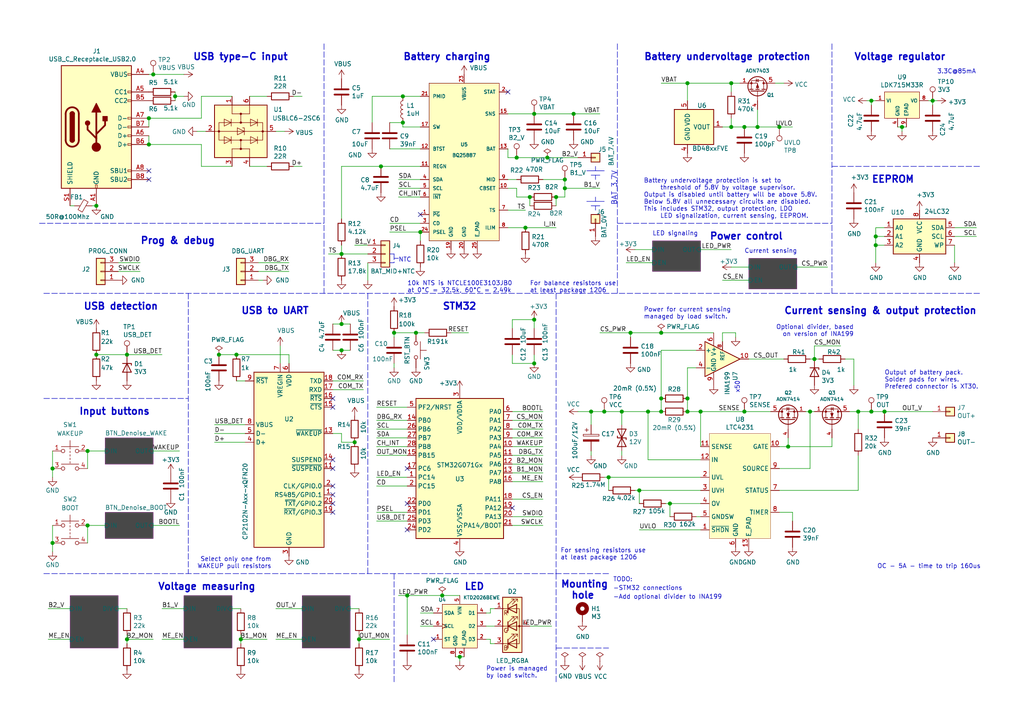
<source format=kicad_sch>
(kicad_sch (version 20201015) (generator eeschema)
  (paper "A4")
  (title_block (title "Kratos pack") (date "2020-12-18") (rev "v0.1") (company "Author: Petr Malaník"))
  (junction (at 15.24 135.89) (diameter 1.016))
  (junction (at 15.24 157.48) (diameter 1.016))
  (junction (at 25.4 130.81) (diameter 1.016))
  (junction (at 25.4 152.4) (diameter 1.016))
  (junction (at 27.94 59.69) (diameter 1.016))
  (junction (at 27.94 102.87) (diameter 1.016))
  (junction (at 36.83 102.87) (diameter 1.016))
  (junction (at 36.83 185.42) (diameter 1.016))
  (junction (at 43.18 34.29) (diameter 1.016))
  (junction (at 43.18 41.91) (diameter 1.016))
  (junction (at 44.45 21.59) (diameter 1.016))
  (junction (at 50.8 27.94) (diameter 1.016))
  (junction (at 63.5 102.87) (diameter 1.016))
  (junction (at 68.58 102.87) (diameter 1.016))
  (junction (at 69.85 185.42) (diameter 1.016))
  (junction (at 99.06 73.66) (diameter 1.016))
  (junction (at 99.06 93.98) (diameter 1.016))
  (junction (at 99.06 101.6) (diameter 1.016))
  (junction (at 102.87 128.27) (diameter 1.016))
  (junction (at 104.14 185.42) (diameter 1.016))
  (junction (at 110.49 48.26) (diameter 1.016))
  (junction (at 114.3 96.52) (diameter 1.016))
  (junction (at 116.84 27.94) (diameter 1.016))
  (junction (at 116.84 35.56) (diameter 1.016))
  (junction (at 118.11 172.72) (diameter 1.016))
  (junction (at 120.65 96.52) (diameter 1.016))
  (junction (at 121.92 67.31) (diameter 1.016))
  (junction (at 128.27 172.72) (diameter 1.016))
  (junction (at 133.35 190.5) (diameter 1.016))
  (junction (at 149.86 45.72) (diameter 1.016))
  (junction (at 152.4 66.04) (diameter 1.016))
  (junction (at 153.67 57.15) (diameter 1.016))
  (junction (at 154.94 33.02) (diameter 1.016))
  (junction (at 154.94 92.71) (diameter 1.016))
  (junction (at 154.94 105.41) (diameter 1.016))
  (junction (at 158.75 45.72) (diameter 1.016))
  (junction (at 161.29 57.15) (diameter 1.016))
  (junction (at 163.83 52.07) (diameter 1.016))
  (junction (at 163.83 54.61) (diameter 1.016))
  (junction (at 166.37 33.02) (diameter 1.016))
  (junction (at 171.45 119.38) (diameter 1.016))
  (junction (at 175.26 119.38) (diameter 1.016))
  (junction (at 176.53 138.43) (diameter 1.016))
  (junction (at 180.34 119.38) (diameter 1.016))
  (junction (at 182.88 96.52) (diameter 1.016))
  (junction (at 185.42 142.24) (diameter 1.016))
  (junction (at 187.96 119.38) (diameter 1.016))
  (junction (at 191.77 96.52) (diameter 1.016))
  (junction (at 191.77 115.57) (diameter 1.016))
  (junction (at 191.77 119.38) (diameter 1.016))
  (junction (at 194.31 146.05) (diameter 1.016))
  (junction (at 199.39 24.13) (diameter 1.016))
  (junction (at 199.39 115.57) (diameter 1.016))
  (junction (at 199.39 119.38) (diameter 1.016))
  (junction (at 203.2 119.38) (diameter 1.016))
  (junction (at 212.09 24.13) (diameter 1.016))
  (junction (at 212.09 36.83) (diameter 1.016))
  (junction (at 215.9 36.83) (diameter 1.016))
  (junction (at 215.9 119.38) (diameter 1.016))
  (junction (at 219.71 36.83) (diameter 1.016))
  (junction (at 226.06 36.83) (diameter 1.016))
  (junction (at 228.6 129.54) (diameter 1.016))
  (junction (at 234.95 119.38) (diameter 1.016))
  (junction (at 236.22 104.14) (diameter 1.016))
  (junction (at 248.92 119.38) (diameter 1.016))
  (junction (at 252.73 29.21) (diameter 1.016))
  (junction (at 252.73 119.38) (diameter 1.016))
  (junction (at 254 68.58) (diameter 1.016))
  (junction (at 254 71.12) (diameter 1.016))
  (junction (at 256.54 119.38) (diameter 1.016))
  (junction (at 261.62 36.83) (diameter 1.016))
  (junction (at 270.51 29.21) (diameter 1.016))
  (no_connect (at 43.18 49.53))
  (no_connect (at 43.18 52.07))
  (no_connect (at 96.52 115.57))
  (no_connect (at 96.52 118.11))
  (no_connect (at 96.52 133.35))
  (no_connect (at 96.52 135.89))
  (no_connect (at 96.52 140.97))
  (no_connect (at 96.52 143.51))
  (no_connect (at 96.52 146.05))
  (no_connect (at 96.52 148.59))
  (no_connect (at 118.11 135.89))
  (no_connect (at 118.11 146.05))
  (no_connect (at 118.11 153.67))
  (no_connect (at 121.92 62.23))
  (no_connect (at 125.73 185.42))
  (no_connect (at 147.32 26.67))
  (no_connect (at 148.59 147.32))
  (wire (pts (xy 13.97 176.53) (xy 20.32 176.53)))
  (wire (pts (xy 13.97 185.42) (xy 20.32 185.42)))
  (wire (pts (xy 15.24 130.81) (xy 15.24 135.89)))
  (wire (pts (xy 15.24 135.89) (xy 15.24 138.43)))
  (wire (pts (xy 15.24 152.4) (xy 15.24 157.48)))
  (wire (pts (xy 15.24 157.48) (xy 15.24 160.02)))
  (wire (pts (xy 20.32 59.69) (xy 21.59 59.69)))
  (wire (pts (xy 25.4 130.81) (xy 25.4 135.89)))
  (wire (pts (xy 25.4 130.81) (xy 30.48 130.81)))
  (wire (pts (xy 25.4 152.4) (xy 25.4 157.48)))
  (wire (pts (xy 25.4 152.4) (xy 30.48 152.4)))
  (wire (pts (xy 26.67 59.69) (xy 27.94 59.69)))
  (wire (pts (xy 27.94 102.87) (xy 36.83 102.87)))
  (wire (pts (xy 34.29 76.2) (xy 40.64 76.2)))
  (wire (pts (xy 34.29 78.74) (xy 40.64 78.74)))
  (wire (pts (xy 34.29 176.53) (xy 36.83 176.53)))
  (wire (pts (xy 36.83 102.87) (xy 46.99 102.87)))
  (wire (pts (xy 36.83 184.15) (xy 36.83 185.42)))
  (wire (pts (xy 36.83 185.42) (xy 36.83 186.69)))
  (wire (pts (xy 36.83 185.42) (xy 44.45 185.42)))
  (wire (pts (xy 43.18 21.59) (xy 44.45 21.59)))
  (wire (pts (xy 43.18 34.29) (xy 43.18 36.83)))
  (wire (pts (xy 43.18 34.29) (xy 58.42 34.29)))
  (wire (pts (xy 43.18 39.37) (xy 43.18 41.91)))
  (wire (pts (xy 43.18 41.91) (xy 58.42 41.91)))
  (wire (pts (xy 44.45 21.59) (xy 53.34 21.59)))
  (wire (pts (xy 44.45 130.81) (xy 52.07 130.81)))
  (wire (pts (xy 44.45 152.4) (xy 52.07 152.4)))
  (wire (pts (xy 46.99 176.53) (xy 53.34 176.53)))
  (wire (pts (xy 46.99 185.42) (xy 53.34 185.42)))
  (wire (pts (xy 50.8 26.67) (xy 50.8 27.94)))
  (wire (pts (xy 50.8 27.94) (xy 50.8 29.21)))
  (wire (pts (xy 50.8 27.94) (xy 53.34 27.94)))
  (wire (pts (xy 57.15 38.1) (xy 59.69 38.1)))
  (wire (pts (xy 58.42 27.94) (xy 58.42 34.29)))
  (wire (pts (xy 58.42 41.91) (xy 58.42 48.26)))
  (wire (pts (xy 58.42 48.26) (xy 67.31 48.26)))
  (wire (pts (xy 62.23 123.19) (xy 71.12 123.19)))
  (wire (pts (xy 62.23 125.73) (xy 71.12 125.73)))
  (wire (pts (xy 62.23 128.27) (xy 71.12 128.27)))
  (wire (pts (xy 63.5 102.87) (xy 68.58 102.87)))
  (wire (pts (xy 67.31 27.94) (xy 58.42 27.94)))
  (wire (pts (xy 67.31 176.53) (xy 69.85 176.53)))
  (wire (pts (xy 68.58 102.87) (xy 83.82 102.87)))
  (wire (pts (xy 69.85 184.15) (xy 69.85 185.42)))
  (wire (pts (xy 69.85 185.42) (xy 69.85 186.69)))
  (wire (pts (xy 69.85 185.42) (xy 77.47 185.42)))
  (wire (pts (xy 71.12 110.49) (xy 68.58 110.49)))
  (wire (pts (xy 72.39 27.94) (xy 77.47 27.94)))
  (wire (pts (xy 72.39 48.26) (xy 77.47 48.26)))
  (wire (pts (xy 74.93 76.2) (xy 83.82 76.2)))
  (wire (pts (xy 74.93 78.74) (xy 83.82 78.74)))
  (wire (pts (xy 74.93 81.28) (xy 76.2 81.28)))
  (wire (pts (xy 80.01 38.1) (xy 82.55 38.1)))
  (wire (pts (xy 80.01 176.53) (xy 87.63 176.53)))
  (wire (pts (xy 80.01 185.42) (xy 87.63 185.42)))
  (wire (pts (xy 81.28 100.33) (xy 81.28 105.41)))
  (wire (pts (xy 83.82 102.87) (xy 83.82 105.41)))
  (wire (pts (xy 85.09 27.94) (xy 87.63 27.94)))
  (wire (pts (xy 85.09 48.26) (xy 87.63 48.26)))
  (wire (pts (xy 95.25 73.66) (xy 99.06 73.66)))
  (wire (pts (xy 96.52 93.98) (xy 99.06 93.98)))
  (wire (pts (xy 96.52 101.6) (xy 99.06 101.6)))
  (wire (pts (xy 96.52 110.49) (xy 105.41 110.49)))
  (wire (pts (xy 96.52 113.03) (xy 105.41 113.03)))
  (wire (pts (xy 99.06 48.26) (xy 99.06 63.5)))
  (wire (pts (xy 99.06 48.26) (xy 110.49 48.26)))
  (wire (pts (xy 99.06 71.12) (xy 99.06 73.66)))
  (wire (pts (xy 99.06 73.66) (xy 106.68 73.66)))
  (wire (pts (xy 99.06 93.98) (xy 101.6 93.98)))
  (wire (pts (xy 99.06 101.6) (xy 101.6 101.6)))
  (wire (pts (xy 99.06 125.73) (xy 96.52 125.73)))
  (wire (pts (xy 99.06 128.27) (xy 99.06 125.73)))
  (wire (pts (xy 101.6 176.53) (xy 104.14 176.53)))
  (wire (pts (xy 102.87 71.12) (xy 106.68 71.12)))
  (wire (pts (xy 102.87 128.27) (xy 99.06 128.27)))
  (wire (pts (xy 104.14 184.15) (xy 104.14 185.42)))
  (wire (pts (xy 104.14 185.42) (xy 104.14 186.69)))
  (wire (pts (xy 104.14 185.42) (xy 113.03 185.42)))
  (wire (pts (xy 106.68 76.2) (xy 106.68 81.28)))
  (wire (pts (xy 107.95 27.94) (xy 116.84 27.94)))
  (wire (pts (xy 107.95 35.56) (xy 107.95 27.94)))
  (wire (pts (xy 109.22 118.11) (xy 118.11 118.11)))
  (wire (pts (xy 109.22 121.92) (xy 118.11 121.92)))
  (wire (pts (xy 109.22 124.46) (xy 118.11 124.46)))
  (wire (pts (xy 109.22 127) (xy 118.11 127)))
  (wire (pts (xy 109.22 129.54) (xy 118.11 129.54)))
  (wire (pts (xy 109.22 132.08) (xy 118.11 132.08)))
  (wire (pts (xy 109.22 138.43) (xy 118.11 138.43)))
  (wire (pts (xy 109.22 140.97) (xy 118.11 140.97)))
  (wire (pts (xy 109.22 148.59) (xy 118.11 148.59)))
  (wire (pts (xy 109.22 151.13) (xy 118.11 151.13)))
  (wire (pts (xy 110.49 48.26) (xy 121.92 48.26)))
  (wire (pts (xy 113.03 35.56) (xy 116.84 35.56)))
  (wire (pts (xy 113.03 43.18) (xy 121.92 43.18)))
  (wire (pts (xy 113.03 64.77) (xy 121.92 64.77)))
  (wire (pts (xy 113.03 67.31) (xy 121.92 67.31)))
  (wire (pts (xy 114.3 96.52) (xy 114.3 97.79)))
  (wire (pts (xy 114.3 96.52) (xy 120.65 96.52)))
  (wire (pts (xy 114.3 105.41) (xy 114.3 106.68)))
  (wire (pts (xy 115.57 52.07) (xy 121.92 52.07)))
  (wire (pts (xy 115.57 54.61) (xy 121.92 54.61)))
  (wire (pts (xy 115.57 57.15) (xy 121.92 57.15)))
  (wire (pts (xy 115.57 172.72) (xy 118.11 172.72)))
  (wire (pts (xy 116.84 27.94) (xy 121.92 27.94)))
  (wire (pts (xy 116.84 35.56) (xy 116.84 36.83)))
  (wire (pts (xy 116.84 36.83) (xy 121.92 36.83)))
  (wire (pts (xy 118.11 172.72) (xy 118.11 184.15)))
  (wire (pts (xy 118.11 172.72) (xy 128.27 172.72)))
  (wire (pts (xy 120.65 96.52) (xy 123.19 96.52)))
  (wire (pts (xy 121.92 67.31) (xy 121.92 69.85)))
  (wire (pts (xy 121.92 177.8) (xy 125.73 177.8)))
  (wire (pts (xy 121.92 181.61) (xy 125.73 181.61)))
  (wire (pts (xy 128.27 172.72) (xy 133.35 172.72)))
  (wire (pts (xy 130.81 96.52) (xy 135.89 96.52)))
  (wire (pts (xy 132.08 190.5) (xy 133.35 190.5)))
  (wire (pts (xy 133.35 190.5) (xy 133.35 191.77)))
  (wire (pts (xy 133.35 190.5) (xy 134.62 190.5)))
  (wire (pts (xy 140.97 177.8) (xy 142.24 177.8)))
  (wire (pts (xy 140.97 181.61) (xy 143.51 181.61)))
  (wire (pts (xy 140.97 185.42) (xy 142.24 185.42)))
  (wire (pts (xy 142.24 176.53) (xy 142.24 177.8)))
  (wire (pts (xy 142.24 185.42) (xy 142.24 186.69)))
  (wire (pts (xy 142.24 186.69) (xy 143.51 186.69)))
  (wire (pts (xy 143.51 176.53) (xy 142.24 176.53)))
  (wire (pts (xy 147.32 33.02) (xy 154.94 33.02)))
  (wire (pts (xy 147.32 43.18) (xy 147.32 45.72)))
  (wire (pts (xy 147.32 45.72) (xy 149.86 45.72)))
  (wire (pts (xy 147.32 52.07) (xy 149.86 52.07)))
  (wire (pts (xy 147.32 54.61) (xy 149.86 54.61)))
  (wire (pts (xy 147.32 60.96) (xy 152.4 60.96)))
  (wire (pts (xy 147.32 66.04) (xy 152.4 66.04)))
  (wire (pts (xy 148.59 92.71) (xy 148.59 95.25)))
  (wire (pts (xy 148.59 102.87) (xy 148.59 105.41)))
  (wire (pts (xy 148.59 119.38) (xy 157.48 119.38)))
  (wire (pts (xy 148.59 121.92) (xy 157.48 121.92)))
  (wire (pts (xy 148.59 124.46) (xy 157.48 124.46)))
  (wire (pts (xy 148.59 127) (xy 157.48 127)))
  (wire (pts (xy 148.59 129.54) (xy 157.48 129.54)))
  (wire (pts (xy 148.59 132.08) (xy 157.48 132.08)))
  (wire (pts (xy 148.59 134.62) (xy 157.48 134.62)))
  (wire (pts (xy 148.59 137.16) (xy 157.48 137.16)))
  (wire (pts (xy 148.59 139.7) (xy 157.48 139.7)))
  (wire (pts (xy 148.59 149.86) (xy 157.48 149.86)))
  (wire (pts (xy 148.59 152.4) (xy 157.48 152.4)))
  (wire (pts (xy 149.86 45.72) (xy 158.75 45.72)))
  (wire (pts (xy 149.86 57.15) (xy 149.86 54.61)))
  (wire (pts (xy 152.4 66.04) (xy 161.29 66.04)))
  (wire (pts (xy 153.67 57.15) (xy 149.86 57.15)))
  (wire (pts (xy 153.67 57.15) (xy 153.67 59.69)))
  (wire (pts (xy 153.67 181.61) (xy 160.02 181.61)))
  (wire (pts (xy 154.94 33.02) (xy 166.37 33.02)))
  (wire (pts (xy 154.94 92.71) (xy 148.59 92.71)))
  (wire (pts (xy 154.94 92.71) (xy 154.94 95.25)))
  (wire (pts (xy 154.94 102.87) (xy 154.94 105.41)))
  (wire (pts (xy 154.94 105.41) (xy 148.59 105.41)))
  (wire (pts (xy 157.48 52.07) (xy 163.83 52.07)))
  (wire (pts (xy 157.48 144.78) (xy 148.59 144.78)))
  (wire (pts (xy 158.75 45.72) (xy 167.64 45.72)))
  (wire (pts (xy 161.29 57.15) (xy 161.29 59.69)))
  (wire (pts (xy 161.29 57.15) (xy 163.83 57.15)))
  (wire (pts (xy 163.83 52.07) (xy 163.83 54.61)))
  (wire (pts (xy 163.83 54.61) (xy 163.83 57.15)))
  (wire (pts (xy 163.83 54.61) (xy 173.99 54.61)))
  (wire (pts (xy 166.37 33.02) (xy 173.99 33.02)))
  (wire (pts (xy 167.64 119.38) (xy 171.45 119.38)))
  (wire (pts (xy 171.45 119.38) (xy 175.26 119.38)))
  (wire (pts (xy 171.45 123.19) (xy 171.45 119.38)))
  (wire (pts (xy 171.45 130.81) (xy 171.45 132.08)))
  (wire (pts (xy 173.99 96.52) (xy 182.88 96.52)))
  (wire (pts (xy 175.26 119.38) (xy 180.34 119.38)))
  (wire (pts (xy 175.26 138.43) (xy 176.53 138.43)))
  (wire (pts (xy 176.53 138.43) (xy 176.53 142.24)))
  (wire (pts (xy 176.53 138.43) (xy 203.2 138.43)))
  (wire (pts (xy 180.34 119.38) (xy 180.34 123.19)))
  (wire (pts (xy 180.34 119.38) (xy 187.96 119.38)))
  (wire (pts (xy 180.34 130.81) (xy 180.34 132.08)))
  (wire (pts (xy 181.61 76.2) (xy 189.23 76.2)))
  (wire (pts (xy 182.88 96.52) (xy 182.88 97.79)))
  (wire (pts (xy 182.88 96.52) (xy 191.77 96.52)))
  (wire (pts (xy 184.15 72.39) (xy 189.23 72.39)))
  (wire (pts (xy 184.15 142.24) (xy 185.42 142.24)))
  (wire (pts (xy 185.42 142.24) (xy 185.42 146.05)))
  (wire (pts (xy 185.42 142.24) (xy 203.2 142.24)))
  (wire (pts (xy 185.42 153.67) (xy 203.2 153.67)))
  (wire (pts (xy 187.96 119.38) (xy 187.96 133.35)))
  (wire (pts (xy 187.96 119.38) (xy 191.77 119.38)))
  (wire (pts (xy 187.96 133.35) (xy 203.2 133.35)))
  (wire (pts (xy 191.77 24.13) (xy 199.39 24.13)))
  (wire (pts (xy 191.77 96.52) (xy 207.01 96.52)))
  (wire (pts (xy 191.77 101.6) (xy 191.77 115.57)))
  (wire (pts (xy 191.77 115.57) (xy 191.77 119.38)))
  (wire (pts (xy 193.04 146.05) (xy 194.31 146.05)))
  (wire (pts (xy 194.31 146.05) (xy 194.31 149.86)))
  (wire (pts (xy 194.31 146.05) (xy 203.2 146.05)))
  (wire (pts (xy 199.39 24.13) (xy 199.39 29.21)))
  (wire (pts (xy 199.39 24.13) (xy 212.09 24.13)))
  (wire (pts (xy 199.39 106.68) (xy 199.39 115.57)))
  (wire (pts (xy 199.39 115.57) (xy 199.39 119.38)))
  (wire (pts (xy 199.39 119.38) (xy 203.2 119.38)))
  (wire (pts (xy 201.93 101.6) (xy 191.77 101.6)))
  (wire (pts (xy 201.93 106.68) (xy 199.39 106.68)))
  (wire (pts (xy 201.93 149.86) (xy 203.2 149.86)))
  (wire (pts (xy 203.2 72.39) (xy 212.09 72.39)))
  (wire (pts (xy 203.2 119.38) (xy 203.2 129.54)))
  (wire (pts (xy 203.2 119.38) (xy 215.9 119.38)))
  (wire (pts (xy 209.55 36.83) (xy 212.09 36.83)))
  (wire (pts (xy 209.55 81.28) (xy 217.17 81.28)))
  (wire (pts (xy 209.55 96.52) (xy 213.36 96.52)))
  (wire (pts (xy 209.55 99.06) (xy 209.55 96.52)))
  (wire (pts (xy 212.09 24.13) (xy 212.09 26.67)))
  (wire (pts (xy 212.09 24.13) (xy 214.63 24.13)))
  (wire (pts (xy 212.09 34.29) (xy 212.09 36.83)))
  (wire (pts (xy 212.09 36.83) (xy 215.9 36.83)))
  (wire (pts (xy 212.09 77.47) (xy 217.17 77.47)))
  (wire (pts (xy 213.36 96.52) (xy 213.36 97.79)))
  (wire (pts (xy 215.9 36.83) (xy 219.71 36.83)))
  (wire (pts (xy 215.9 119.38) (xy 223.52 119.38)))
  (wire (pts (xy 217.17 104.14) (xy 227.33 104.14)))
  (wire (pts (xy 219.71 31.75) (xy 219.71 36.83)))
  (wire (pts (xy 219.71 36.83) (xy 226.06 36.83)))
  (wire (pts (xy 224.79 24.13) (xy 227.33 24.13)))
  (wire (pts (xy 226.06 36.83) (xy 229.87 36.83)))
  (wire (pts (xy 226.06 129.54) (xy 228.6 129.54)))
  (wire (pts (xy 226.06 135.89) (xy 234.95 135.89)))
  (wire (pts (xy 226.06 142.24) (xy 248.92 142.24)))
  (wire (pts (xy 226.06 148.59) (xy 229.87 148.59)))
  (wire (pts (xy 228.6 129.54) (xy 228.6 127)))
  (wire (pts (xy 229.87 148.59) (xy 229.87 151.13)))
  (wire (pts (xy 231.14 77.47) (xy 240.03 77.47)))
  (wire (pts (xy 233.68 119.38) (xy 234.95 119.38)))
  (wire (pts (xy 234.95 104.14) (xy 236.22 104.14)))
  (wire (pts (xy 234.95 119.38) (xy 236.22 119.38)))
  (wire (pts (xy 234.95 135.89) (xy 234.95 119.38)))
  (wire (pts (xy 236.22 100.33) (xy 243.84 100.33)))
  (wire (pts (xy 236.22 104.14) (xy 236.22 100.33)))
  (wire (pts (xy 236.22 104.14) (xy 237.49 104.14)))
  (wire (pts (xy 241.3 127) (xy 241.3 129.54)))
  (wire (pts (xy 241.3 129.54) (xy 228.6 129.54)))
  (wire (pts (xy 245.11 104.14) (xy 247.65 104.14)))
  (wire (pts (xy 246.38 119.38) (xy 248.92 119.38)))
  (wire (pts (xy 247.65 104.14) (xy 247.65 111.76)))
  (wire (pts (xy 248.92 119.38) (xy 248.92 124.46)))
  (wire (pts (xy 248.92 119.38) (xy 252.73 119.38)))
  (wire (pts (xy 248.92 132.08) (xy 248.92 142.24)))
  (wire (pts (xy 251.46 29.21) (xy 252.73 29.21)))
  (wire (pts (xy 252.73 29.21) (xy 252.73 30.48)))
  (wire (pts (xy 252.73 29.21) (xy 254 29.21)))
  (wire (pts (xy 252.73 119.38) (xy 256.54 119.38)))
  (wire (pts (xy 254 66.04) (xy 254 68.58)))
  (wire (pts (xy 254 68.58) (xy 254 71.12)))
  (wire (pts (xy 254 68.58) (xy 256.54 68.58)))
  (wire (pts (xy 254 71.12) (xy 254 76.2)))
  (wire (pts (xy 254 71.12) (xy 256.54 71.12)))
  (wire (pts (xy 256.54 66.04) (xy 254 66.04)))
  (wire (pts (xy 256.54 119.38) (xy 270.51 119.38)))
  (wire (pts (xy 260.35 36.83) (xy 261.62 36.83)))
  (wire (pts (xy 261.62 36.83) (xy 261.62 38.1)))
  (wire (pts (xy 262.89 36.83) (xy 261.62 36.83)))
  (wire (pts (xy 269.24 29.21) (xy 270.51 29.21)))
  (wire (pts (xy 270.51 29.21) (xy 270.51 30.48)))
  (wire (pts (xy 270.51 29.21) (xy 271.78 29.21)))
  (wire (pts (xy 276.86 66.04) (xy 283.21 66.04)))
  (wire (pts (xy 276.86 68.58) (xy 283.21 68.58)))
  (wire (pts (xy 276.86 71.12) (xy 276.86 76.2)))
  (polyline (pts (xy 11.43 64.77) (xy 93.98 64.77)) (stroke (width 0) (type dash)))
  (polyline (pts (xy 12.7 85.09) (xy 284.48 85.09)) (stroke (width 0) (type dash)))
  (polyline (pts (xy 12.7 115.57) (xy 54.61 115.57)) (stroke (width 0) (type dash)))
  (polyline (pts (xy 12.7 166.37) (xy 106.68 166.37)) (stroke (width 0) (type dash)))
  (polyline (pts (xy 54.61 85.09) (xy 54.61 166.37)) (stroke (width 0) (type dash)))
  (polyline (pts (xy 93.98 12.7) (xy 93.98 85.09)) (stroke (width 0) (type dash)))
  (polyline (pts (xy 106.68 85.09) (xy 106.68 154.94)) (stroke (width 0) (type dash)))
  (polyline (pts (xy 106.68 166.37) (xy 106.68 154.94)) (stroke (width 0) (type dash)))
  (polyline (pts (xy 113.03 73.66) (xy 114.3 73.66)) (stroke (width 0) (type dash)))
  (polyline (pts (xy 113.03 76.2) (xy 114.3 76.2)) (stroke (width 0) (type dash)))
  (polyline (pts (xy 114.3 73.66) (xy 114.3 76.2)) (stroke (width 0) (type dash)))
  (polyline (pts (xy 114.3 74.93) (xy 115.57 74.93)) (stroke (width 0) (type dash)))
  (polyline (pts (xy 114.3 166.37) (xy 114.3 198.12)) (stroke (width 0) (type dash)))
  (polyline (pts (xy 161.29 85.09) (xy 161.29 166.37)) (stroke (width 0) (type dash)))
  (polyline (pts (xy 161.29 166.37) (xy 161.29 198.12)) (stroke (width 0) (type dash)))
  (polyline (pts (xy 161.29 187.96) (xy 176.53 187.96)) (stroke (width 0) (type dash)))
  (polyline (pts (xy 170.18 49.53) (xy 175.26 49.53)) (stroke (width 0.152) (type solid)))
  (polyline (pts (xy 170.18 58.42) (xy 175.26 58.42)) (stroke (width 0.152) (type solid)))
  (polyline (pts (xy 171.45 50.8) (xy 173.99 50.8)) (stroke (width 0.152) (type solid)))
  (polyline (pts (xy 171.45 59.69) (xy 173.99 59.69)) (stroke (width 0.152) (type solid)))
  (polyline (pts (xy 172.72 48.26) (xy 172.72 49.53)) (stroke (width 0.152) (type solid)))
  (polyline (pts (xy 172.72 50.8) (xy 172.72 52.07)) (stroke (width 0.152) (type solid)))
  (polyline (pts (xy 172.72 57.15) (xy 172.72 58.42)) (stroke (width 0.152) (type solid)))
  (polyline (pts (xy 172.72 59.69) (xy 172.72 60.96)) (stroke (width 0.152) (type solid)))
  (polyline (pts (xy 176.53 166.37) (xy 106.68 166.37)) (stroke (width 0) (type dash)))
  (polyline (pts (xy 179.07 12.7) (xy 179.07 85.09)) (stroke (width 0) (type dash)))
  (polyline (pts (xy 179.07 64.77) (xy 241.3 64.77)) (stroke (width 0) (type dash)))
  (polyline (pts (xy 241.3 12.7) (xy 241.3 85.09)) (stroke (width 0) (type dash)))
  (polyline (pts (xy 241.3 48.26) (xy 284.48 48.26)) (stroke (width 0) (type dash)))
  (text "Input buttons" (at 22.86 120.65 0) (effects (font (size 2 2) (thickness 0.4) bold) (justify left bottom)))
  (text "USB detection" (at 24.13 90.17 0) (effects (font (size 2 2) (thickness 0.4) bold) (justify left bottom)))
  (text "Prog & debug" (at 40.64 71.12 0) (effects (font (size 2 2) (thickness 0.4) bold) (justify left bottom)))
  (text "Voltage measuring\n" (at 45.72 171.45 0) (effects (font (size 2 2) (thickness 0.4) bold) (justify left bottom)))
  (text "USB type-C input\n" (at 55.88 17.78 0) (effects (font (size 2 2) (thickness 0.4) bold) (justify left bottom)))
  (text "USB to UART" (at 69.85 91.44 0) (effects (font (size 2 2) (thickness 0.4) bold) (justify left bottom)))
  (text "Select only one from\nWAKEUP pull resistors" (at 78.74 165.1 180) (effects (font (size 1.27 1.27)) (justify right bottom)))
  (text "NTC" (at 115.57 76.2 0) (effects (font (size 1.27 1.27)) (justify left bottom)))
  (text "Battery charging" (at 116.84 17.78 0) (effects (font (size 2 2) (thickness 0.4) bold) (justify left bottom)))
  (text "10k NTS is NTCLE100E3103JB0\nat 0°C = 32.5k, 60°C = 2.49k" (at 118.11 85.09 0) (effects (font (size 1.27 1.27)) (justify left bottom)))
  (text "STM32" (at 128.27 90.17 0) (effects (font (size 2 2) (thickness 0.4) bold) (justify left bottom)))
  (text "LED" (at 134.62 171.45 0) (effects (font (size 2 2) (thickness 0.4) bold) (justify left bottom)))
  (text "Power is managed\nby load switch." (at 140.97 196.85 0) (effects (font (size 1.27 1.27)) (justify left bottom)))
  (text "For balance resistors use\nat least package 1206" (at 153.67 85.09 0) (effects (font (size 1.27 1.27)) (justify left bottom)))
  (text "For sensing resistors use\nat least package 1206" (at 162.56 162.56 0) (effects (font (size 1.27 1.27)) (justify left bottom)))
  (text "Mounting\n  hole" (at 162.56 173.99 0) (effects (font (size 2 2) (thickness 0.4) bold) (justify left bottom)))
  (text "TODO:" (at 177.8 168.91 0) (effects (font (size 1.27 1.27)) (justify left bottom)))
  (text "-STM32 connections" (at 177.8 171.45 0) (effects (font (size 1.27 1.27)) (justify left bottom)))
  (text "-Add optional divider to INA199\n" (at 177.8 173.99 0) (effects (font (size 1.27 1.27)) (justify left bottom)))
  (text "BAT_3.7V" (at 179.07 59.69 90) (effects (font (size 1.5 1.5)) (justify left bottom)))
  (text "Battery undervoltage protection" (at 186.69 17.78 0) (effects (font (size 2 2) (thickness 0.4) bold) (justify left bottom)))
  (text "Battery undervoltage protection is set to \n	threshold of 5.8V by voltage supervisor.\nOutput is disabled until battery will be above 5.8V.\nBelow 5.8V all unnecessary circuits are disabled.\nThis includes STM32, output protection, LDO\n	LED signalization, current sensing, EEPROM." (at 186.69 63.5 0) (effects (font (size 1.27 1.27)) (justify left bottom)))
  (text "Power for current sensing\nmanaged by load switch." (at 186.69 92.71 0) (effects (font (size 1.27 1.27)) (justify left bottom)))
  (text "LED signaling" (at 189.23 68.58 0) (effects (font (size 1.27 1.27)) (justify left bottom)))
  (text "Power control\n" (at 205.74 69.85 0) (effects (font (size 2 2) (thickness 0.4) bold) (justify left bottom)))
  (text "x50" (at 214.63 110.49 270) (effects (font (size 1.27 1.27)) (justify right bottom)))
  (text "Current sensing" (at 215.9 73.66 0) (effects (font (size 1.27 1.27)) (justify left bottom)))
  (text "Current sensing & output protection" (at 227.33 91.44 0) (effects (font (size 2 2) (thickness 0.4) bold) (justify left bottom)))
  (text "Voltage regulator" (at 247.65 17.78 0) (effects (font (size 2 2) (thickness 0.4) bold) (justify left bottom)))
  (text "Optional divider, based\non version of INA199" (at 247.65 97.79 180) (effects (font (size 1.27 1.27)) (justify right bottom)))
  (text "EEPROM" (at 252.73 53.34 0) (effects (font (size 2 2) (thickness 0.4) bold) (justify left bottom)))
  (text "Output of battery pack.\nSolder pads for wires.\nPrefered connector is XT30." (at 256.54 113.03 0) (effects (font (size 1.27 1.27)) (justify left bottom)))
  (text "3.3C@85mA" (at 271.78 21.59 0) (effects (font (size 1.27 1.27)) (justify left bottom)))
  (text "OC - 5A - time to trip 160us" (at 284.48 165.1 180) (effects (font (size 1.27 1.27)) (justify right bottom)))
  (label "B2_V" (at 13.97 176.53 0))
  (label "ME_EN" (at 13.97 185.42 0))
  (label "SWDIO" (at 40.64 76.2 180))
  (label "SWCLK" (at 40.64 78.74 180))
  (label "B2_MON" (at 44.45 185.42 180))
  (label "USB_DET" (at 46.99 102.87 180))
  (label "B1_V" (at 46.99 176.53 0))
  (label "ME_EN" (at 46.99 185.42 0))
  (label "WAKEUP" (at 52.07 130.81 180))
  (label "BOOTL" (at 52.07 152.4 180))
  (label "USB_DET" (at 62.23 123.19 0))
  (label "D-" (at 62.23 125.73 0))
  (label "D+" (at 62.23 128.27 0))
  (label "B1_MON" (at 77.47 185.42 180))
  (label "OUT_V" (at 80.01 176.53 0))
  (label "ME_EN" (at 80.01 185.42 0))
  (label "DBG_RX" (at 83.82 76.2 180))
  (label "DBG_TX" (at 83.82 78.74 180))
  (label "D-" (at 87.63 27.94 180))
  (label "D+" (at 87.63 48.26 180))
  (label "TS" (at 95.25 73.66 0))
  (label "B1_V" (at 102.87 71.12 0))
  (label "COM_RX" (at 105.41 110.49 180))
  (label "COM_TX" (at 105.41 113.03 180))
  (label "RESET" (at 109.22 118.11 0))
  (label "DBG_RX" (at 109.22 121.92 0))
  (label "SCL" (at 109.22 124.46 0))
  (label "SDA" (at 109.22 127 0))
  (label "CH_INT" (at 109.22 129.54 0))
  (label "OUT_MON" (at 109.22 132.08 0))
  (label "LED_EN" (at 109.22 138.43 0))
  (label "CD" (at 109.22 140.97 0))
  (label "PSEL" (at 109.22 148.59 0))
  (label "USB_DET" (at 109.22 151.13 0))
  (label "CD" (at 113.03 64.77 0))
  (label "PSEL" (at 113.03 67.31 0))
  (label "OUT_MON" (at 113.03 185.42 180))
  (label "SDA" (at 115.57 52.07 0))
  (label "SCL" (at 115.57 54.61 0))
  (label "CH_INT" (at 115.57 57.15 0))
  (label "LED_PWR" (at 115.57 172.72 0))
  (label "SDA" (at 121.92 177.8 0))
  (label "SCL" (at 121.92 181.61 0))
  (label "RESET" (at 135.89 96.52 180))
  (label "TS" (at 152.4 60.96 180))
  (label "BOOTL" (at 157.48 119.38 180))
  (label "CS_MON" (at 157.48 121.92 180))
  (label "COM_TX" (at 157.48 124.46 180))
  (label "COM_RX" (at 157.48 127 180))
  (label "WAKEUP" (at 157.48 129.54 180))
  (label "DBG_TX" (at 157.48 132.08 180))
  (label "B2_MON" (at 157.48 134.62 180))
  (label "B1_MON" (at 157.48 137.16 180))
  (label "ME_EN" (at 157.48 139.7 180))
  (label "CS_EN" (at 157.48 144.78 180))
  (label "SWDIO" (at 157.48 149.86 180))
  (label "SWCLK" (at 157.48 152.4 180))
  (label "LED_PWR" (at 160.02 181.61 180))
  (label "I_IN" (at 161.29 66.04 180))
  (label "B2_V" (at 167.64 45.72 180))
  (label "VBAT" (at 173.99 33.02 180))
  (label "B1_V" (at 173.99 54.61 180))
  (label "CS_PWR" (at 173.99 96.52 0))
  (label "LED_EN" (at 181.61 76.2 0))
  (label "UVLO" (at 185.42 153.67 0))
  (label "VBAT" (at 191.77 24.13 0))
  (label "CS_EN" (at 209.55 81.28 0))
  (label "LED_PWR" (at 212.09 72.39 180))
  (label "SENSE" (at 214.63 119.38 180))
  (label "CS_OUT" (at 218.44 104.14 0))
  (label "UVLO" (at 229.87 36.83 180))
  (label "CS_PWR" (at 240.03 77.47 180))
  (label "CS_MON" (at 243.84 100.33 180))
  (label "OUT_V" (at 261.62 119.38 0))
  (label "SDA" (at 283.21 66.04 180))
  (label "SCL" (at 283.21 68.58 180))
  (symbol (lib_id "power:PWR_FLAG") (at 63.5 102.87 0) (unit 1)
    (property "Reference" "#FLG0105" (effects hide))
    (property "Value" "PWR_FLAG" (at 66.04 98.5456 0))
  )
  (symbol (lib_id "power:PWR_FLAG") (at 128.27 172.72 0) (unit 1)
    (property "Reference" "#FLG03" (effects hide))
    (property "Value" "PWR_FLAG" (at 128.27 168.3956 0))
  )
  (symbol (lib_id "power:PWR_FLAG") (at 158.75 45.72 0) (unit 1)
    (property "Reference" "#FLG0101" (effects hide))
    (property "Value" "PWR_FLAG" (at 158.75 46.4756 0))
  )
  (symbol (lib_id "power:PWR_FLAG") (at 163.83 191.77 0) (unit 1)
    (property "Reference" "#FLG0102" (effects hide))
    (property "Value" "PWR_FLAG" (effects hide))
  )
  (symbol (lib_id "power:PWR_FLAG") (at 168.91 191.77 0) (unit 1)
    (property "Reference" "#FLG0104" (effects hide))
    (property "Value" "PWR_FLAG" (effects hide))
  )
  (symbol (lib_id "power:PWR_FLAG") (at 173.99 191.77 0) (unit 1)
    (property "Reference" "#FLG0103" (effects hide))
    (property "Value" "PWR_FLAG" (effects hide))
  )
  (symbol (lib_id "power:PWR_FLAG") (at 191.77 96.52 0) (unit 1)
    (property "Reference" "#FLG04" (effects hide))
    (property "Value" "PWR_FLAG" (at 198.12 94.7356 0))
  )
  (symbol (lib_id "Connector:TestPoint") (at 36.83 102.87 0) (unit 1)
    (property "Reference" "TP1" (at 35.6871 94.7991 0) (effects (justify left)))
    (property "Value" "USB_DET" (at 35.687 97.098 0) (effects (justify left)))
    (property "Footprint" "TCY_connectors:TestPoint_Pad_D0.5mm" (effects hide))
  )
  (symbol (lib_id "Connector:TestPoint") (at 44.45 21.59 0) (unit 1)
    (property "Reference" "TP2" (at 45.8471 17.3291 0) (effects (justify left)))
    (property "Value" "VBUS" (at 45.847 19.628 0) (effects (justify left)))
    (property "Footprint" "TCY_connectors:TestPoint_Pad_D0.5mm" (effects hide))
  )
  (symbol (lib_id "Connector:TestPoint") (at 149.86 45.72 0) (unit 1)
    (property "Reference" "TP3" (at 147.4471 37.6491 0) (effects (justify left)))
    (property "Value" "B2_V" (at 147.447 39.948 0) (effects (justify left)))
    (property "Footprint" "TCY_connectors:TestPoint_Pad_D0.5mm" (effects hide))
  )
  (symbol (lib_id "Connector:TestPoint") (at 154.94 33.02 0) (unit 1)
    (property "Reference" "TP4" (at 156.3371 28.7591 0) (effects (justify left)))
    (property "Value" "VBAT" (at 156.337 31.058 0) (effects (justify left)))
    (property "Footprint" "TCY_connectors:TestPoint_Pad_D0.5mm" (effects hide))
  )
  (symbol (lib_id "Connector:TestPoint") (at 163.83 52.07 0) (unit 1)
    (property "Reference" "TP5" (at 165.227 47.809 0) (effects (justify left)))
    (property "Value" "B1_V" (at 165.227 50.108 0) (effects (justify left)))
    (property "Footprint" "TCY_connectors:TestPoint_Pad_D0.5mm" (effects hide))
  )
  (symbol (lib_id "Connector:TestPoint") (at 175.26 119.38 0) (unit 1)
    (property "Reference" "TP6" (at 176.6571 115.1191 0) (effects (justify left)))
    (property "Value" "VCC" (at 176.657 117.418 0) (effects (justify left)))
    (property "Footprint" "TCY_connectors:TestPoint_Pad_D0.5mm" (effects hide))
  )
  (symbol (lib_id "Connector:TestPoint") (at 215.9 119.38 0) (unit 1)
    (property "Reference" "TP7" (at 217.2971 115.1191 0) (effects (justify left)))
    (property "Value" "SENSE" (at 217.297 117.418 0) (effects (justify left)))
    (property "Footprint" "TCY_connectors:TestPoint_Pad_D0.5mm" (effects hide))
  )
  (symbol (lib_id "Connector:TestPoint") (at 226.06 36.83 180) (unit 1)
    (property "Reference" "TP8" (at 231.0129 43.6309 0) (effects (justify left)))
    (property "Value" "UVLO" (at 232.283 41.332 0) (effects (justify left)))
    (property "Footprint" "TCY_connectors:TestPoint_Pad_D0.5mm" (effects hide))
  )
  (symbol (lib_id "Connector:TestPoint") (at 252.73 119.38 0) (unit 1)
    (property "Reference" "TP9" (at 254.1271 115.1191 0) (effects (justify left)))
    (property "Value" "OUT" (at 254.127 117.418 0) (effects (justify left)))
    (property "Footprint" "TCY_connectors:TestPoint_Pad_D0.5mm" (effects hide))
  )
  (symbol (lib_id "Connector:TestPoint") (at 270.51 29.21 0) (unit 1)
    (property "Reference" "TP10" (at 271.9071 23.6791 0) (effects (justify left)))
    (property "Value" "3V3" (at 271.907 25.978 0) (effects (justify left)))
    (property "Footprint" "TCY_connectors:TestPoint_Pad_D0.5mm" (effects hide))
  )
  (symbol (lib_id "power:VBUS") (at 27.94 95.25 0) (unit 1)
    (property "Reference" "#PWR05" (effects hide))
    (property "Value" "VBUS" (at 21.9583 93.3449 0) (effects (justify left)))
  )
  (symbol (lib_id "power:+3.3V") (at 49.53 137.16 0) (unit 1)
    (property "Reference" "#PWR09" (effects hide))
    (property "Value" "+3.3V" (at 49.53 133.35 0))
  )
  (symbol (lib_id "power:VBUS") (at 53.34 21.59 270) (unit 1)
    (property "Reference" "#PWR011" (effects hide))
    (property "Value" "VBUS" (at 51.4351 19.4183 90) (effects (justify left)))
  )
  (symbol (lib_id "power:VBUS") (at 81.28 100.33 0) (unit 1)
    (property "Reference" "#PWR017" (effects hide))
    (property "Value" "VBUS" (at 80.3783 95.8849 0) (effects (justify left)))
  )
  (symbol (lib_id "power:VBUS") (at 82.55 38.1 270) (unit 1)
    (property "Reference" "#PWR018" (effects hide))
    (property "Value" "VBUS" (at 85.7251 38.4683 90) (effects (justify left)))
  )
  (symbol (lib_id "power:VBUS") (at 99.06 22.86 0) (unit 1)
    (property "Reference" "#PWR021" (effects hide))
    (property "Value" "VBUS" (at 99.4283 18.5356 0))
  )
  (symbol (lib_id "power:VBUS") (at 99.06 93.98 0) (unit 1)
    (property "Reference" "#PWR023" (effects hide))
    (property "Value" "VBUS" (at 99.4283 90.8049 0) (effects (justify left)))
  )
  (symbol (lib_id "power:VBUS") (at 102.87 120.65 0) (unit 1)
    (property "Reference" "#PWR026" (effects hide))
    (property "Value" "VBUS" (at 100.6983 116.2049 0) (effects (justify left)))
  )
  (symbol (lib_id "power:+3.3V") (at 114.3 88.9 0) (unit 1)
    (property "Reference" "#PWR032" (effects hide))
    (property "Value" "+3.3V" (at 118.11 86.995 0))
  )
  (symbol (lib_id "power:+3V3") (at 133.35 113.03 0) (unit 1)
    (property "Reference" "#PWR037" (effects hide))
    (property "Value" "+3V3" (at 127.3683 111.1249 0) (effects (justify left)))
  )
  (symbol (lib_id "power:VBUS") (at 134.62 21.59 0) (unit 1)
    (property "Reference" "#PWR040" (effects hide))
    (property "Value" "VBUS" (at 136.2583 19.6849 0) (effects (justify left)))
  )
  (symbol (lib_id "power:+3.3V") (at 154.94 92.71 0) (unit 1)
    (property "Reference" "#PWR046" (effects hide))
    (property "Value" "+3.3V" (at 156.21 88.9 0))
  )
  (symbol (lib_id "power:VCC") (at 167.64 119.38 90) (mirror x) (unit 1)
    (property "Reference" "#PWR049" (effects hide))
    (property "Value" "VCC" (at 168.2749 117.2083 90) (effects (justify left)))
  )
  (symbol (lib_id "power:VCC") (at 167.64 138.43 90) (mirror x) (unit 1)
    (property "Reference" "#PWR050" (effects hide))
    (property "Value" "VCC" (at 168.2749 136.2583 90) (effects (justify left)))
  )
  (symbol (lib_id "power:VBUS") (at 168.91 191.77 180) (unit 1)
    (property "Reference" "#PWR0103" (effects hide))
    (property "Value" "VBUS" (at 171.7167 196.2151 0) (effects (justify left)))
  )
  (symbol (lib_id "power:VCC") (at 173.99 191.77 180) (unit 1)
    (property "Reference" "#PWR0102" (effects hide))
    (property "Value" "VCC" (at 176.1617 196.2151 0) (effects (justify left)))
  )
  (symbol (lib_id "power:+3V3") (at 184.15 72.39 90) (unit 1)
    (property "Reference" "#PWR056" (effects hide))
    (property "Value" "+3V3" (at 184.7849 70.7517 90) (effects (justify left)))
  )
  (symbol (lib_id "power:+3V3") (at 212.09 77.47 90) (unit 1)
    (property "Reference" "#PWR059" (effects hide))
    (property "Value" "+3V3" (at 213.9949 75.8317 90) (effects (justify left)))
  )
  (symbol (lib_id "power:VCC") (at 227.33 24.13 270) (unit 1)
    (property "Reference" "#PWR063" (effects hide))
    (property "Value" "VCC" (at 230.5051 24.4983 90) (effects (justify left)))
  )
  (symbol (lib_id "power:+3V3") (at 247.65 55.88 0) (unit 1)
    (property "Reference" "#PWR065" (effects hide))
    (property "Value" "+3V3" (at 246.7483 51.4349 0) (effects (justify left)))
  )
  (symbol (lib_id "power:VCC") (at 251.46 29.21 90) (unit 1)
    (property "Reference" "#PWR067" (effects hide))
    (property "Value" "VCC" (at 248.2849 28.8417 90) (effects (justify left)))
  )
  (symbol (lib_id "power:+3V3") (at 266.7 60.96 0) (unit 1)
    (property "Reference" "#PWR072" (effects hide))
    (property "Value" "+3V3" (at 265.7983 56.5149 0) (effects (justify left)))
  )
  (symbol (lib_id "power:+3V3") (at 271.78 29.21 270) (unit 1)
    (property "Reference" "#PWR076" (effects hide))
    (property "Value" "+3V3" (at 274.9551 29.5783 90) (effects (justify left)))
  )
  (symbol (lib_id "Device:L") (at 116.84 31.75 180) (unit 1)
    (property "Reference" "L1" (at 117.8561 30.6006 0) (effects (justify right)))
    (property "Value" "1uH" (at 117.856 32.899 0) (effects (justify right)))
    (property "Footprint" "Inductor_SMD:L_Taiyo-Yuden_MD-4040" (effects hide))
  )
  (symbol (lib_id "power:GND") (at 15.24 138.43 0) (unit 1)
    (property "Reference" "#PWR01" (effects hide))
    (property "Value" "GND" (at 15.24 142.24 0))
  )
  (symbol (lib_id "power:GND") (at 15.24 160.02 0) (unit 1)
    (property "Reference" "#PWR02" (effects hide))
    (property "Value" "GND" (at 15.24 163.83 0))
  )
  (symbol (lib_id "power:GND") (at 27.94 59.69 0) (unit 1)
    (property "Reference" "#PWR04" (effects hide))
    (property "Value" "GND" (at 33.1343 62.865 0) (effects (justify right)))
  )
  (symbol (lib_id "power:GND") (at 27.94 110.49 0) (unit 1)
    (property "Reference" "#PWR06" (effects hide))
    (property "Value" "GND" (effects hide))
  )
  (symbol (lib_id "power:GND") (at 34.29 81.28 90) (unit 1)
    (property "Reference" "#PWR0105" (effects hide))
    (property "Value" "GND" (at 40.005 81.28 90))
  )
  (symbol (lib_id "power:GND") (at 36.83 110.49 0) (unit 1)
    (property "Reference" "#PWR07" (effects hide))
    (property "Value" "GND" (effects hide))
  )
  (symbol (lib_id "power:GND") (at 36.83 194.31 0) (unit 1)
    (property "Reference" "#PWR08" (effects hide))
    (property "Value" "GND" (effects hide))
  )
  (symbol (lib_id "power:GND") (at 49.53 144.78 0) (unit 1)
    (property "Reference" "#PWR010" (effects hide))
    (property "Value" "GND" (at 49.53 148.59 0))
  )
  (symbol (lib_id "power:GND") (at 53.34 27.94 90) (unit 1)
    (property "Reference" "#PWR012" (effects hide))
    (property "Value" "GND" (at 52.7051 30.3657 90) (effects (justify right)))
  )
  (symbol (lib_id "power:GND") (at 57.15 38.1 270) (unit 1)
    (property "Reference" "#PWR014" (effects hide))
    (property "Value" "GND" (at 53.975 38.2143 90) (effects (justify right)))
  )
  (symbol (lib_id "power:GND") (at 63.5 110.49 0) (unit 1)
    (property "Reference" "#PWR015" (effects hide))
    (property "Value" "GND" (effects hide))
  )
  (symbol (lib_id "power:GND") (at 69.85 194.31 0) (unit 1)
    (property "Reference" "#PWR016" (effects hide))
    (property "Value" "GND" (effects hide))
  )
  (symbol (lib_id "power:GND") (at 76.2 81.28 90) (unit 1)
    (property "Reference" "#PWR019" (effects hide))
    (property "Value" "GND" (at 81.915 81.28 90))
  )
  (symbol (lib_id "power:GND") (at 83.82 161.29 0) (unit 1)
    (property "Reference" "#PWR020" (effects hide))
    (property "Value" "GND" (at 87.7443 163.0744 0))
  )
  (symbol (lib_id "power:GND") (at 99.06 30.48 0) (unit 1)
    (property "Reference" "#PWR022" (effects hide))
    (property "Value" "GND" (at 99.1743 34.8044 0))
  )
  (symbol (lib_id "power:GND") (at 99.06 81.28 0) (unit 1)
    (property "Reference" "#PWR025" (effects hide))
    (property "Value" "GND" (effects hide))
  )
  (symbol (lib_id "power:GND") (at 99.06 101.6 0) (unit 1)
    (property "Reference" "#PWR024" (effects hide))
    (property "Value" "GND" (effects hide))
  )
  (symbol (lib_id "power:GND") (at 102.87 135.89 0) (unit 1)
    (property "Reference" "#PWR027" (effects hide))
    (property "Value" "GND" (effects hide))
  )
  (symbol (lib_id "power:GND") (at 104.14 194.31 0) (unit 1)
    (property "Reference" "#PWR028" (effects hide))
    (property "Value" "GND" (effects hide))
  )
  (symbol (lib_id "power:GND") (at 106.68 81.28 0) (unit 1)
    (property "Reference" "#PWR030" (effects hide))
    (property "Value" "GND" (effects hide))
  )
  (symbol (lib_id "power:GND") (at 107.95 43.18 0) (unit 1)
    (property "Reference" "#PWR029" (effects hide))
    (property "Value" "GND" (at 102.9843 44.9644 0))
  )
  (symbol (lib_id "power:GND") (at 110.49 55.88 0) (unit 1)
    (property "Reference" "#PWR031" (effects hide))
    (property "Value" "GND" (effects hide))
  )
  (symbol (lib_id "power:GND") (at 114.3 106.68 0) (unit 1)
    (property "Reference" "#PWR033" (effects hide))
    (property "Value" "GND" (at 114.3 110.49 0))
  )
  (symbol (lib_id "power:GND") (at 118.11 191.77 0) (unit 1)
    (property "Reference" "#PWR034" (effects hide))
    (property "Value" "GND" (effects hide))
  )
  (symbol (lib_id "power:GND") (at 120.65 106.68 0) (unit 1)
    (property "Reference" "#PWR035" (effects hide))
    (property "Value" "GND" (at 120.65 110.49 0))
  )
  (symbol (lib_id "power:GND") (at 121.92 77.47 0) (unit 1)
    (property "Reference" "#PWR0106" (effects hide))
    (property "Value" "GND" (effects hide))
  )
  (symbol (lib_id "power:GND") (at 130.81 72.39 0) (unit 1)
    (property "Reference" "#PWR036" (effects hide))
    (property "Value" "GND" (effects hide))
  )
  (symbol (lib_id "power:GND") (at 133.35 158.75 0) (unit 1)
    (property "Reference" "#PWR038" (effects hide))
    (property "Value" "GND" (at 133.4643 163.0744 0))
  )
  (symbol (lib_id "power:GND") (at 133.35 191.77 0) (unit 1)
    (property "Reference" "#PWR039" (effects hide))
    (property "Value" "GND" (effects hide))
  )
  (symbol (lib_id "power:GND") (at 134.62 72.39 0) (unit 1)
    (property "Reference" "#PWR041" (effects hide))
    (property "Value" "GND" (effects hide))
  )
  (symbol (lib_id "power:GND") (at 138.43 72.39 0) (unit 1)
    (property "Reference" "#PWR042" (effects hide))
    (property "Value" "GND" (effects hide))
  )
  (symbol (lib_id "power:GND") (at 152.4 73.66 0) (unit 1)
    (property "Reference" "#PWR044" (effects hide))
    (property "Value" "GND" (effects hide))
  )
  (symbol (lib_id "power:GND") (at 154.94 40.64 0) (unit 1)
    (property "Reference" "#PWR045" (effects hide))
    (property "Value" "GND" (at 158.8643 41.1544 0))
  )
  (symbol (lib_id "power:GND") (at 154.94 105.41 0) (unit 1)
    (property "Reference" "#PWR047" (effects hide))
    (property "Value" "GND" (at 154.94 109.22 0))
  )
  (symbol (lib_id "power:GND") (at 163.83 191.77 0) (unit 1)
    (property "Reference" "#PWR0101" (effects hide))
    (property "Value" "GND" (at 163.9443 196.0944 0))
  )
  (symbol (lib_id "power:GND") (at 166.37 40.64 0) (unit 1)
    (property "Reference" "#PWR048" (effects hide))
    (property "Value" "GND" (at 170.2943 41.1544 0))
  )
  (symbol (lib_id "power:GND") (at 168.91 180.34 0) (unit 1)
    (property "Reference" "#PWR051" (effects hide))
    (property "Value" "GND" (at 169.0243 184.6644 0))
  )
  (symbol (lib_id "power:GND") (at 171.45 132.08 0) (unit 1)
    (property "Reference" "#PWR052" (effects hide))
    (property "Value" "GND" (at 174.1043 135.1344 0))
  )
  (symbol (lib_id "power:GND") (at 172.72 68.58 0) (unit 1)
    (property "Reference" "#PWR053" (effects hide))
    (property "Value" "GND" (effects hide))
  )
  (symbol (lib_id "power:GND") (at 180.34 132.08 0) (unit 1)
    (property "Reference" "#PWR054" (effects hide))
    (property "Value" "GND" (at 182.9943 135.1344 0))
  )
  (symbol (lib_id "power:GND") (at 182.88 105.41 0) (unit 1)
    (property "Reference" "#PWR055" (effects hide))
    (property "Value" "GND" (at 186.8043 107.1944 0))
  )
  (symbol (lib_id "power:GND") (at 199.39 44.45 0) (unit 1)
    (property "Reference" "#PWR057" (effects hide))
    (property "Value" "GND" (effects hide))
  )
  (symbol (lib_id "power:GND") (at 207.01 111.76 0) (unit 1)
    (property "Reference" "#PWR058" (effects hide))
    (property "Value" "GND" (effects hide))
  )
  (symbol (lib_id "power:GND") (at 213.36 97.79 0) (unit 1)
    (property "Reference" "#PWR0104" (effects hide))
    (property "Value" "GND" (effects hide))
  )
  (symbol (lib_id "power:GND") (at 213.36 158.75 0) (unit 1)
    (property "Reference" "#PWR060" (effects hide))
    (property "Value" "GND" (at 213.4743 163.0744 0))
  )
  (symbol (lib_id "power:GND") (at 215.9 44.45 0) (unit 1)
    (property "Reference" "#PWR061" (effects hide))
    (property "Value" "GND" (effects hide))
  )
  (symbol (lib_id "power:GND") (at 217.17 158.75 0) (unit 1)
    (property "Reference" "#PWR062" (effects hide))
    (property "Value" "GND" (at 217.2843 163.0744 0))
  )
  (symbol (lib_id "power:GND") (at 229.87 158.75 0) (unit 1)
    (property "Reference" "#PWR064" (effects hide))
    (property "Value" "GND" (at 229.9843 163.0744 0))
  )
  (symbol (lib_id "power:GND") (at 236.22 111.76 0) (unit 1)
    (property "Reference" "#PWR0107" (effects hide))
    (property "Value" "GND" (effects hide))
  )
  (symbol (lib_id "power:GND") (at 247.65 63.5 0) (unit 1)
    (property "Reference" "#PWR066" (effects hide))
    (property "Value" "GND" (at 247.7643 67.8244 0))
  )
  (symbol (lib_id "power:GND") (at 247.65 111.76 0) (unit 1)
    (property "Reference" "#PWR0108" (effects hide))
    (property "Value" "GND" (effects hide))
  )
  (symbol (lib_id "power:GND") (at 252.73 38.1 0) (unit 1)
    (property "Reference" "#PWR068" (effects hide))
    (property "Value" "GND" (effects hide))
  )
  (symbol (lib_id "power:GND") (at 254 76.2 0) (unit 1)
    (property "Reference" "#PWR069" (effects hide))
    (property "Value" "GND" (at 254.1143 80.5244 0))
  )
  (symbol (lib_id "power:GND") (at 256.54 127 0) (unit 1)
    (property "Reference" "#PWR070" (effects hide))
    (property "Value" "GND" (at 256.6543 131.3244 0))
  )
  (symbol (lib_id "power:GND") (at 261.62 38.1 0) (unit 1)
    (property "Reference" "#PWR071" (effects hide))
    (property "Value" "GND" (effects hide))
  )
  (symbol (lib_id "power:GND") (at 266.7 76.2 0) (unit 1)
    (property "Reference" "#PWR073" (effects hide))
    (property "Value" "GND" (at 266.8143 80.5244 0))
  )
  (symbol (lib_id "power:GND") (at 270.51 38.1 0) (unit 1)
    (property "Reference" "#PWR074" (effects hide))
    (property "Value" "GND" (effects hide))
  )
  (symbol (lib_id "power:GND") (at 270.51 127 0) (unit 1)
    (property "Reference" "#PWR075" (effects hide))
    (property "Value" "GND" (at 270.6243 131.3244 0))
  )
  (symbol (lib_id "power:GND") (at 276.86 76.2 0) (unit 1)
    (property "Reference" "#PWR077" (effects hide))
    (property "Value" "GND" (at 276.9743 80.5244 0))
  )
  (symbol (lib_id "Device:R") (at 27.94 99.06 0) (unit 1)
    (property "Reference" "R1" (at 29.21 96.52 0) (effects (justify left)))
    (property "Value" "22k" (at 29.21 99.06 0) (effects (justify left)))
    (property "Footprint" "Resistor_SMD:R_0603_1608Metric" (effects hide))
  )
  (symbol (lib_id "Device:R") (at 27.94 106.68 0) (unit 1)
    (property "Reference" "R2" (at 29.21 104.14 0) (effects (justify left)))
    (property "Value" "47k" (at 29.21 106.68 0) (effects (justify left)))
    (property "Footprint" "Resistor_SMD:R_0603_1608Metric" (effects hide))
  )
  (symbol (lib_id "Device:R") (at 36.83 180.34 0) (unit 1)
    (property "Reference" "R3" (at 38.6081 179.1906 0) (effects (justify left)))
    (property "Value" "22k" (at 38.608 181.489 0) (effects (justify left)))
    (property "Footprint" "Resistor_SMD:R_0603_1608Metric" (effects hide))
  )
  (symbol (lib_id "Device:R") (at 36.83 190.5 0) (unit 1)
    (property "Reference" "R4" (at 38.6081 189.3506 0) (effects (justify left)))
    (property "Value" "10k" (at 38.608 191.649 0) (effects (justify left)))
    (property "Footprint" "Resistor_SMD:R_0603_1608Metric" (effects hide))
  )
  (symbol (lib_id "Device:R") (at 46.99 26.67 90) (unit 1)
    (property "Reference" "R5" (at 44.45 23.9838 90))
    (property "Value" "5.1k" (at 49.53 23.7425 90))
    (property "Footprint" "Resistor_SMD:R_0603_1608Metric" (effects hide))
  )
  (symbol (lib_id "Device:R") (at 46.99 29.21 90) (unit 1)
    (property "Reference" "R6" (at 44.45 31.6038 90))
    (property "Value" "5.1k" (at 49.53 31.3625 90))
    (property "Footprint" "Resistor_SMD:R_0603_1608Metric" (effects hide))
  )
  (symbol (lib_id "Device:R") (at 68.58 106.68 0) (unit 1)
    (property "Reference" "R7" (at 69.85 104.14 0) (effects (justify left)))
    (property "Value" "1k" (at 69.85 106.68 0) (effects (justify left)))
    (property "Footprint" "Resistor_SMD:R_0603_1608Metric" (effects hide))
  )
  (symbol (lib_id "Device:R") (at 69.85 180.34 0) (unit 1)
    (property "Reference" "R8" (at 71.6281 179.1906 0) (effects (justify left)))
    (property "Value" "10k" (at 71.628 181.489 0) (effects (justify left)))
    (property "Footprint" "Resistor_SMD:R_0603_1608Metric" (effects hide))
  )
  (symbol (lib_id "Device:R") (at 69.85 190.5 0) (unit 1)
    (property "Reference" "R9" (at 71.6281 189.3506 0) (effects (justify left)))
    (property "Value" "10k" (at 71.628 191.649 0) (effects (justify left)))
    (property "Footprint" "Resistor_SMD:R_0603_1608Metric" (effects hide))
  )
  (symbol (lib_id "Device:R") (at 81.28 27.94 90) (unit 1)
    (property "Reference" "R11" (at 81.28 22.7138 90))
    (property "Value" "22R" (at 81.28 25.012 90))
    (property "Footprint" "Resistor_SMD:R_0603_1608Metric" (effects hide))
  )
  (symbol (lib_id "Device:R") (at 81.28 48.26 90) (unit 1)
    (property "Reference" "R10" (at 81.28 43.0338 90))
    (property "Value" "22R" (at 81.28 45.332 90))
    (property "Footprint" "Resistor_SMD:R_0603_1608Metric" (effects hide))
  )
  (symbol (lib_id "Device:R") (at 99.06 67.31 0) (unit 1)
    (property "Reference" "R12" (at 100.8381 64.8906 0) (effects (justify left)))
    (property "Value" "4.12k" (at 100.838 67.189 0) (effects (justify left)))
    (property "Footprint" "Resistor_SMD:R_0603_1608Metric" (effects hide))
  )
  (symbol (lib_id "Device:R") (at 99.06 77.47 0) (unit 1)
    (property "Reference" "R13" (at 100.8381 76.3206 0) (effects (justify left)))
    (property "Value" "17.8k" (at 100.838 78.619 0) (effects (justify left)))
    (property "Footprint" "Resistor_SMD:R_0603_1608Metric" (effects hide))
  )
  (symbol (lib_id "Device:R") (at 102.87 124.46 0) (unit 1)
    (property "Reference" "R14" (at 97.79 123.19 0) (effects (justify left)))
    (property "Value" "10k" (at 105.41 125.73 90) (effects (justify left)))
    (property "Footprint" "Resistor_SMD:R_0603_1608Metric" (effects hide))
  )
  (symbol (lib_id "Device:R") (at 102.87 132.08 0) (unit 1)
    (property "Reference" "R15" (at 97.79 129.54 0) (effects (justify left)))
    (property "Value" "10k" (at 105.41 133.35 90) (effects (justify left)))
    (property "Footprint" "Resistor_SMD:R_0603_1608Metric" (effects hide))
  )
  (symbol (lib_id "Device:R") (at 104.14 180.34 0) (unit 1)
    (property "Reference" "R16" (at 105.9181 179.1906 0) (effects (justify left)))
    (property "Value" "22k" (at 105.918 181.489 0) (effects (justify left)))
    (property "Footprint" "Resistor_SMD:R_0603_1608Metric" (effects hide))
  )
  (symbol (lib_id "Device:R") (at 104.14 190.5 0) (unit 1)
    (property "Reference" "R17" (at 105.9181 189.3506 0) (effects (justify left)))
    (property "Value" "10k" (at 105.918 191.649 0) (effects (justify left)))
    (property "Footprint" "Resistor_SMD:R_0603_1608Metric" (effects hide))
  )
  (symbol (lib_id "Device:R") (at 114.3 92.71 0) (unit 1)
    (property "Reference" "R18" (at 115.57 91.44 0) (effects (justify left)))
    (property "Value" "100k" (at 115.57 93.98 0) (effects (justify left)))
    (property "Footprint" "Resistor_SMD:R_0603_1608Metric" (effects hide))
  )
  (symbol (lib_id "Device:R") (at 121.92 73.66 0) (unit 1)
    (property "Reference" "R20" (at 123.6981 72.5106 0) (effects (justify left)))
    (property "Value" "10k" (at 123.698 74.809 0) (effects (justify left)))
    (property "Footprint" "Resistor_SMD:R_0603_1608Metric" (effects hide))
  )
  (symbol (lib_id "Device:R") (at 127 96.52 270) (unit 1)
    (property "Reference" "R19" (at 123.825 99.06 90) (effects (justify left)))
    (property "Value" "1k" (at 127.635 99.06 90) (effects (justify left)))
    (property "Footprint" "Resistor_SMD:R_0603_1608Metric" (effects hide))
  )
  (symbol (lib_id "Device:R") (at 152.4 69.85 0) (unit 1)
    (property "Reference" "R21" (at 154.1781 68.7006 0) (effects (justify left)))
    (property "Value" "470R" (at 154.178 70.999 0) (effects (justify left)))
    (property "Footprint" "Resistor_SMD:R_0603_1608Metric" (effects hide))
  )
  (symbol (lib_id "Device:R") (at 153.67 52.07 90) (unit 1)
    (property "Reference" "R22" (at 149.86 49.3838 90))
    (property "Value" "470R" (at 154.94 49.143 90))
    (property "Footprint" "Resistor_SMD:R_0603_1608Metric" (effects hide))
  )
  (symbol (lib_id "Device:R") (at 157.48 57.15 90) (unit 1)
    (property "Reference" "R23" (at 154.94 54.4638 90))
    (property "Value" "82R" (at 160.02 54.2225 90))
    (property "Footprint" "Resistor_SMD:R_1206_3216Metric" (effects hide))
  )
  (symbol (lib_id "Device:R") (at 157.48 59.69 90) (unit 1)
    (property "Reference" "R24" (at 154.94 62.0838 90))
    (property "Value" "82R" (at 161.29 61.8425 90))
    (property "Footprint" "Resistor_SMD:R_1206_3216Metric" (effects hide))
  )
  (symbol (lib_id "Device:R") (at 171.45 138.43 90) (unit 1)
    (property "Reference" "R25" (at 167.64 140.8238 90))
    (property "Value" "1.74M" (at 172.72 140.582 90))
    (property "Footprint" "Resistor_SMD:R_0603_1608Metric" (effects hide))
  )
  (symbol (lib_id "Device:R") (at 180.34 142.24 90) (unit 1)
    (property "Reference" "R26" (at 176.53 144.6338 90))
    (property "Value" "4.02k" (at 181.61 144.392 90))
    (property "Footprint" "Resistor_SMD:R_0603_1608Metric" (effects hide))
  )
  (symbol (lib_id "Device:R") (at 189.23 146.05 90) (unit 1)
    (property "Reference" "R27" (at 185.42 148.4438 90))
    (property "Value" "105k" (at 190.5 148.203 90))
    (property "Footprint" "Resistor_SMD:R_0603_1608Metric" (effects hide))
  )
  (symbol (lib_id "Device:R") (at 195.58 115.57 90) (unit 1)
    (property "Reference" "R28" (at 195.58 112.8838 90))
    (property "Value" "20mR (0.5%)" (at 184.15 112.642 90))
    (property "Footprint" "Resistor_SMD:R_1206_3216Metric" (effects hide))
  )
  (symbol (lib_id "Device:R") (at 195.58 119.38 90) (unit 1)
    (property "Reference" "R29" (at 195.58 121.7738 90))
    (property "Value" "20mR (0.5%)" (at 195.58 124.072 90))
    (property "Footprint" "Resistor_SMD:R_1206_3216Metric" (effects hide))
  )
  (symbol (lib_id "Device:R") (at 198.12 149.86 90) (unit 1)
    (property "Reference" "R30" (at 194.31 152.2538 90))
    (property "Value" "162k" (at 199.39 152.012 90))
    (property "Footprint" "Resistor_SMD:R_0603_1608Metric" (effects hide))
  )
  (symbol (lib_id "Device:R") (at 212.09 30.48 0) (unit 1)
    (property "Reference" "R31" (at 213.8681 29.3306 0) (effects (justify left)))
    (property "Value" "470k" (at 213.868 31.629 0) (effects (justify left)))
    (property "Footprint" "Resistor_SMD:R_0603_1608Metric" (effects hide))
  )
  (symbol (lib_id "Device:R") (at 231.14 104.14 270) (unit 1)
    (property "Reference" "R41" (at 229.7494 102.1081 90) (effects (justify left)))
    (property "Value" "1k" (at 228.721 107.188 90) (effects (justify left)))
    (property "Footprint" "Resistor_SMD:R_0603_1608Metric" (effects hide))
  )
  (symbol (lib_id "Device:R") (at 241.3 104.14 270) (unit 1)
    (property "Reference" "R42" (at 239.9094 102.1081 90) (effects (justify left)))
    (property "Value" "1k" (at 242.691 107.188 90) (effects (justify left)))
    (property "Footprint" "Resistor_SMD:R_0603_1608Metric" (effects hide))
  )
  (symbol (lib_id "Device:R") (at 248.92 128.27 0) (unit 1)
    (property "Reference" "R32" (at 250.6981 127.1206 0) (effects (justify left)))
    (property "Value" "20k" (at 250.698 129.419 0) (effects (justify left)))
    (property "Footprint" "Resistor_SMD:R_0603_1608Metric" (effects hide))
  )
  (symbol (lib_id "Connector_Generic:Conn_01x01") (at 172.72 45.72 0) (unit 1)
    (property "Reference" "J5" (at 173.4821 43.3514 0) (effects (justify left)))
    (property "Value" "BAT_7.4V" (at 177.292 48.19 90) (effects (justify left)))
    (property "Footprint" "TCY_connectors:18650_contact_bump" (effects hide))
  )
  (symbol (lib_id "Connector_Generic:Conn_01x01") (at 172.72 63.5 90) (unit 1)
    (property "Reference" "J6" (at 175.4314 61.4679 90) (effects (justify left)))
    (property "Value" "BAT_0V" (at 175.19 69.088 0) (effects (justify left)))
    (property "Footprint" "TCY_connectors:18650_contact_bump" (effects hide))
  )
  (symbol (lib_id "Connector_Generic:Conn_01x01") (at 275.59 119.38 0) (unit 1)
    (property "Reference" "J7" (at 277.6221 118.2814 0) (effects (justify left)))
    (property "Value" "OUT+" (at 277.622 120.58 0) (effects (justify left)))
    (property "Footprint" "TCY_connectors:WirePad_SMD_1x_3x6mm" (effects hide))
  )
  (symbol (lib_id "Connector_Generic:Conn_01x01") (at 275.59 127 0) (unit 1)
    (property "Reference" "J8" (at 277.6221 125.9014 0) (effects (justify left)))
    (property "Value" "OUT-" (at 277.622 128.2 0) (effects (justify left)))
    (property "Footprint" "TCY_connectors:WirePad_SMD_1x_3x6mm" (effects hide))
  )
  (symbol (lib_id "Device:FerriteBead_Small") (at 24.13 59.69 90) (unit 1)
    (property "Reference" "FB1" (at 24.13 57.15 90) (effects (justify left)))
    (property "Value" "50R@100Mhz" (at 26.035 62.865 90) (effects (justify left)))
    (property "Footprint" "Inductor_SMD:L_1206_3216Metric" (effects hide))
  )
  (symbol (lib_id "Mechanical:MountingHole_Pad") (at 168.91 177.8 0) (unit 1)
    (property "Reference" "H1" (at 171.45 176.524 0) (effects (justify left)))
    (property "Value" "M3" (at 171.45 178.822 0) (effects (justify left)))
    (property "Footprint" "MountingHole:MountingHole_3.2mm_M3_Pad_Via" (effects hide))
  )
  (symbol (lib_id "Device:D_Zener") (at 36.83 106.68 270) (unit 1)
    (property "Reference" "D1" (at 38.8621 105.5306 90) (effects (justify left)))
    (property "Value" "3V3" (at 38.862 107.829 90) (effects (justify left)))
    (property "Footprint" "Diode_SMD:D_SOD-523" (effects hide))
  )
  (symbol (lib_id "Device:D_TVS") (at 180.34 127 90) (unit 1)
    (property "Reference" "D3" (at 182.3721 125.8506 90) (effects (justify right)))
    (property "Value" "12V" (at 182.372 128.149 90) (effects (justify right)))
    (property "Footprint" "Diode_SMD:D_0603_1608Metric" (effects hide))
  )
  (symbol (lib_id "Device:D_Zener") (at 236.22 107.95 270) (unit 1)
    (property "Reference" "D4" (at 238.2521 108.0706 90) (effects (justify left)))
    (property "Value" "3V3" (at 238.252 110.369 90) (effects (justify left)))
    (property "Footprint" "Diode_SMD:D_SOD-523" (effects hide))
  )
  (symbol (lib_id "Device:C") (at 49.53 140.97 0) (unit 1)
    (property "Reference" "C1" (at 52.705 145.415 90) (effects (justify left)))
    (property "Value" "100nF" (at 52.705 141.605 90) (effects (justify left)))
    (property "Footprint" "Capacitor_SMD:C_0603_1608Metric" (effects hide))
  )
  (symbol (lib_id "Device:C") (at 63.5 106.68 0) (unit 1)
    (property "Reference" "C3" (at 59.055 104.775 0) (effects (justify left)))
    (property "Value" "100nF" (at 60.325 113.665 90) (effects (justify left)))
    (property "Footprint" "Capacitor_SMD:C_0603_1608Metric" (effects hide))
  )
  (symbol (lib_id "Device:C") (at 96.52 97.79 0) (unit 1)
    (property "Reference" "C4" (at 93.345 102.235 90) (effects (justify left)))
    (property "Value" "4.7uF" (at 93.345 98.425 90) (effects (justify left)))
    (property "Footprint" "Capacitor_SMD:C_0603_1608Metric" (effects hide))
  )
  (symbol (lib_id "Device:C") (at 99.06 26.67 0) (unit 1)
    (property "Reference" "C5" (at 101.9811 25.5206 0) (effects (justify left)))
    (property "Value" "1uF" (at 101.981 27.819 0) (effects (justify left)))
    (property "Footprint" "Capacitor_SMD:C_0603_1608Metric" (effects hide))
  )
  (symbol (lib_id "Device:C") (at 101.6 97.79 0) (unit 1)
    (property "Reference" "C6" (at 104.775 102.235 90) (effects (justify left)))
    (property "Value" "100nF" (at 104.775 98.425 90) (effects (justify left)))
    (property "Footprint" "Capacitor_SMD:C_0603_1608Metric" (effects hide))
  )
  (symbol (lib_id "Device:C") (at 107.95 39.37 0) (unit 1)
    (property "Reference" "C7" (at 101.9811 38.2206 0) (effects (justify left)))
    (property "Value" "10uF" (at 101.981 41.789 0) (effects (justify left)))
    (property "Footprint" "Capacitor_SMD:C_0805_2012Metric" (effects hide))
  )
  (symbol (lib_id "Device:C") (at 110.49 52.07 180) (unit 1)
    (property "Reference" "C8" (at 104.5211 52.1906 0) (effects (justify right)))
    (property "Value" "4.7uF" (at 104.521 54.489 0) (effects (justify right)))
    (property "Footprint" "Capacitor_SMD:C_0603_1608Metric" (effects hide))
  )
  (symbol (lib_id "Device:C") (at 113.03 39.37 180) (unit 1)
    (property "Reference" "C9" (at 115.9511 39.4906 0) (effects (justify right)))
    (property "Value" "39nF" (at 115.951 41.789 0) (effects (justify right)))
    (property "Footprint" "Capacitor_SMD:C_0603_1608Metric" (effects hide))
  )
  (symbol (lib_id "Device:C") (at 114.3 101.6 0) (unit 1)
    (property "Reference" "C10" (at 108.585 99.695 0) (effects (justify left)))
    (property "Value" "100nF" (at 107.95 104.14 0) (effects (justify left)))
    (property "Footprint" "Capacitor_SMD:C_0603_1608Metric" (effects hide))
  )
  (symbol (lib_id "Device:C") (at 118.11 187.96 0) (unit 1)
    (property "Reference" "C11" (at 121.0311 186.8106 0) (effects (justify left)))
    (property "Value" "100nF" (at 121.031 189.109 0) (effects (justify left)))
    (property "Footprint" "Capacitor_SMD:C_0603_1608Metric" (effects hide))
  )
  (symbol (lib_id "Device:C") (at 148.59 99.06 0) (unit 1)
    (property "Reference" "C12" (at 151.765 104.775 90) (effects (justify left)))
    (property "Value" "10uF" (at 151.765 99.695 90) (effects (justify left)))
    (property "Footprint" "Capacitor_SMD:C_0805_2012Metric" (effects hide))
  )
  (symbol (lib_id "Device:C") (at 154.94 36.83 0) (unit 1)
    (property "Reference" "C14" (at 157.8611 35.6806 0) (effects (justify left)))
    (property "Value" "10uF" (at 157.861 37.979 0) (effects (justify left)))
    (property "Footprint" "Capacitor_SMD:C_0805_2012Metric" (effects hide))
  )
  (symbol (lib_id "Device:C") (at 154.94 99.06 0) (unit 1)
    (property "Reference" "C13" (at 158.115 104.775 90) (effects (justify left)))
    (property "Value" "100nF" (at 158.115 99.695 90) (effects (justify left)))
    (property "Footprint" "Capacitor_SMD:C_0603_1608Metric" (effects hide))
  )
  (symbol (lib_id "Device:C") (at 166.37 36.83 0) (unit 1)
    (property "Reference" "C16" (at 169.2911 35.6806 0) (effects (justify left)))
    (property "Value" "10uF" (at 169.291 37.979 0) (effects (justify left)))
    (property "Footprint" "Capacitor_SMD:C_0805_2012Metric" (effects hide))
  )
  (symbol (lib_id "Device:C_Polarized") (at 171.45 127 0) (unit 1)
    (property "Reference" "C17" (at 174.3711 125.8506 0) (effects (justify left)))
    (property "Value" "100uF/12V" (at 166.751 133.229 90) (effects (justify left)))
    (property "Footprint" "Capacitor_Tantalum_SMD:CP_EIA-7343-31_Kemet-D" (effects hide))
  )
  (symbol (lib_id "Device:C") (at 182.88 101.6 0) (unit 1)
    (property "Reference" "C18" (at 185.8011 100.4506 0) (effects (justify left)))
    (property "Value" "100nF" (at 185.801 102.749 0) (effects (justify left)))
    (property "Footprint" "Capacitor_SMD:C_0603_1608Metric" (effects hide))
  )
  (symbol (lib_id "Device:C") (at 215.9 40.64 0) (unit 1)
    (property "Reference" "C19" (at 218.8211 39.4906 0) (effects (justify left)))
    (property "Value" "100pF" (at 218.821 41.789 0) (effects (justify left)))
    (property "Footprint" "Capacitor_SMD:C_0603_1608Metric" (effects hide))
  )
  (symbol (lib_id "Device:C") (at 229.87 154.94 0) (unit 1)
    (property "Reference" "C20" (at 232.7911 153.7906 0) (effects (justify left)))
    (property "Value" "39nF" (at 232.791 156.089 0) (effects (justify left)))
    (property "Footprint" "Capacitor_SMD:C_0603_1608Metric" (effects hide))
  )
  (symbol (lib_id "Device:C") (at 247.65 59.69 0) (unit 1)
    (property "Reference" "C21" (at 250.5711 58.5406 0) (effects (justify left)))
    (property "Value" "100nF" (at 250.571 60.839 0) (effects (justify left)))
    (property "Footprint" "Capacitor_SMD:C_0603_1608Metric" (effects hide))
  )
  (symbol (lib_id "Device:C") (at 252.73 34.29 0) (unit 1)
    (property "Reference" "C22" (at 246.7611 36.9506 90) (effects (justify left)))
    (property "Value" "4.7uF" (at 249.301 37.979 90) (effects (justify left)))
    (property "Footprint" "Capacitor_SMD:C_0603_1608Metric" (effects hide))
  )
  (symbol (lib_id "Device:C") (at 256.54 123.19 0) (unit 1)
    (property "Reference" "C23" (at 259.4611 122.0406 0) (effects (justify left)))
    (property "Value" "39nF" (at 259.461 124.339 0) (effects (justify left)))
    (property "Footprint" "Capacitor_SMD:C_0603_1608Metric" (effects hide))
  )
  (symbol (lib_id "Device:C") (at 270.51 34.29 0) (unit 1)
    (property "Reference" "C24" (at 273.4311 39.4906 90) (effects (justify left)))
    (property "Value" "4.7uF" (at 275.971 37.979 90) (effects (justify left)))
    (property "Footprint" "Capacitor_SMD:C_0603_1608Metric" (effects hide))
  )
  (symbol (lib_id "Switch:SW_Push") (at 120.65 101.6 270) (unit 1)
    (property "Reference" "SW3" (at 123.825 105.41 0))
    (property "Value" "RST_BTN" (at 118.11 101.6 0))
    (property "Footprint" "TCY_buttons_switches:KMT031NGJLHS" (effects hide))
  )
  (symbol (lib_id "Connector_Generic:Conn_01x03") (at 29.21 78.74 180) (unit 1)
    (property "Reference" "J2" (at 24.9428 78.105 0))
    (property "Value" "PROG_CONN" (at 31.293 72.796 0))
    (property "Footprint" "TCY_connectors:Amphenol_10114828-11103LF_1x03_P1.25mm_Vertical" (effects hide))
  )
  (symbol (lib_id "Connector_Generic:Conn_01x03") (at 69.85 78.74 180) (unit 1)
    (property "Reference" "J3" (at 65.5828 78.105 0))
    (property "Value" "DBG_UART" (at 71.9328 72.7964 0))
    (property "Footprint" "TCY_connectors:Amphenol_10114828-11103LF_1x03_P1.25mm_Vertical" (effects hide))
  )
  (symbol (lib_id "Connector_Generic:Conn_01x03") (at 111.76 73.66 0) (unit 1)
    (property "Reference" "J4" (at 113.7921 71.2914 0) (effects (justify left)))
    (property "Value" "BAT_MID+NTC" (at 107.442 78.67 0) (effects (justify left)))
    (property "Footprint" "TCY_connectors:Amphenol_10114828-11103LF_1x03_P1.25mm_Vertical" (effects hide))
  )
  (symbol (lib_id "Switch:SW_Push_Dual") (at 20.32 130.81 0) (unit 1)
    (property "Reference" "SW1" (at 20.32 123.19 0))
    (property "Value" "WAKEUP" (at 20.32 125.73 0))
    (property "Footprint" "TCY_buttons_switches:EVQ-P7J01P" (effects hide))
  )
  (symbol (lib_id "Switch:SW_Push_Dual") (at 20.32 152.4 0) (unit 1)
    (property "Reference" "SW2" (at 20.32 144.78 0))
    (property "Value" "BOOT" (at 20.32 147.32 0))
    (property "Footprint" "TCY_buttons_switches:KMT031NGJLHS" (effects hide))
  )
  (symbol (lib_id "TCY_IC:AON7403") (at 219.71 24.13 270) (mirror x) (unit 1)
    (property "Reference" "Q1" (at 223.52 27.5569 90) (effects (font (size 1 1))))
    (property "Value" "AON7403" (at 219.71 20.5309 90) (effects (font (size 1 1))))
    (property "Footprint" "Package_DFN_QFN:DFN-8-1EP_3x3mm_P0.65mm_EP1.55x2.4mm" (effects hide))
    (property "Datasheet" "http://www.aosmd.com/pdfs/datasheet/AON7403.pdf" (effects hide))
  )
  (symbol (lib_name "TCY_IC:AON7414_1") (lib_id "TCY_IC:AON7414") (at 228.6 121.92 90) (unit 1)
    (property "Reference" "Q2" (at 228.6 113.9169 90) (effects (font (size 1 1))))
    (property "Value" "AON7414" (at 228.6 115.7809 90) (effects (font (size 1 1))))
    (property "Footprint" "Package_DFN_QFN:DFN-8-1EP_3x3mm_P0.65mm_EP1.55x2.4mm" (effects hide))
    (property "Datasheet" "http://www.aosmd.com/res/data_sheets/AON7414.pdf" (effects hide))
  )
  (symbol (lib_id "TCY_IC:AON7414") (at 241.3 121.92 270) (mirror x) (unit 1)
    (property "Reference" "Q3" (at 241.3 113.9169 90) (effects (font (size 1 1))))
    (property "Value" "AON7414" (at 241.3 115.7809 90) (effects (font (size 1 1))))
    (property "Footprint" "Package_DFN_QFN:DFN-8-1EP_3x3mm_P0.65mm_EP1.55x2.4mm" (effects hide))
    (property "Datasheet" "http://www.aosmd.com/res/data_sheets/AON7414.pdf" (effects hide))
  )
  (symbol (lib_id "TCY_IC:LDK715M33R") (at 261.62 30.48 0) (unit 1)
    (property "Reference" "U9" (at 261.62 22.3582 0))
    (property "Value" "LDK715M33R" (at 261.62 24.6569 0))
    (property "Footprint" "Package_DFN_QFN:DFN-8-1EP_3x3mm_P0.65mm_EP1.7x2.05mm" (effects hide))
    (property "Datasheet" "https://www.st.com/resource/en/datasheet/ldk715.pdf" (effects hide))
  )
  (symbol (lib_id "Device:LED_RGBA") (at 148.59 181.61 0) (unit 1)
    (property "Reference" "D2" (at 148.59 171.5578 0))
    (property "Value" "LED_RGBA" (at 148.59 191.6365 0))
    (property "Footprint" "Resistor_SMD:R_Array_Convex_2x0606" (effects hide))
  )
  (symbol (lib_id "Power_Management:BD48xxFVE") (at 199.39 36.83 0) (unit 1)
    (property "Reference" "U6" (at 204.9779 30.6006 0) (effects (justify right)))
    (property "Value" "BD48xxFVE" (at 211.3279 43.0593 0) (effects (justify right)))
    (property "Footprint" "Package_TO_SOT_SMD:VSOF5" (effects hide))
    (property "Datasheet" "https://www.rohm.de/datasheet/BD4830FVE/bd48xxg-e" (effects hide))
  )
  (symbol (lib_id "TCY_IC:INA199") (at 209.55 104.14 0) (unit 1)
    (property "Reference" "U7" (at 213.2394 107.6961 90) (effects (justify right)))
    (property "Value" "INA199" (at 210.9407 107.6961 90) (effects (justify right)))
    (property "Footprint" "Package_DFN_QFN:UQFN-10_1.4x1.8mm_P0.4mm" (effects hide))
    (property "Datasheet" "https://www.ti.com/lit/ds/symlink/ina199.pdf" (effects hide))
  )
  (symbol (lib_id "TCY_IC:KTD2026BEWE") (at 133.35 181.61 0) (unit 1)
    (property "Reference" "U4" (at 128.27 173.9879 0) (effects (font (size 1 1))))
    (property "Value" "KTD2026BEWE" (at 139.7 173.3119 0) (effects (font (size 1 1))))
    (property "Footprint" "TCY_IC:UTDFN-8-1EP_1.5x1.5mm_P0.4mm_EP0.8x1.45mm" (effects hide))
    (property "Datasheet" "https://cz.mouser.com/datasheet/2/936/KTD2026-7-04g-1634460.pdf" (effects hide))
  )
  (symbol (lib_id "Memory_EEPROM:24LC32") (at 266.7 68.58 0) (unit 1)
    (property "Reference" "U10" (at 260.35 61.5758 0))
    (property "Value" "24LC32" (at 271.78 61.3345 0))
    (property "Footprint" "Package_DFN_QFN:DFN-8-1EP_3x2mm_P0.5mm_EP1.3x1.5mm" (effects hide))
    (property "Datasheet" "http://ww1.microchip.com/downloads/en/DeviceDoc/21072G.pdf" (effects hide))
  )
  (symbol (lib_id "Power_Protection:USBLC6-2SC6") (at 69.85 38.1 270) (unit 1)
    (property "Reference" "U1" (at 80.6642 31.75 90))
    (property "Value" "USBLC6-2SC6" (at 85.9855 34.29 90))
    (property "Footprint" "Package_TO_SOT_SMD:SOT-23-6" (effects hide))
    (property "Datasheet" "https://www.st.com/resource/en/datasheet/usblc6-2.pdf" (effects hide))
  )
  (symbol (lib_id "TCY_IC:LTC4231") (at 214.63 140.97 0) (unit 1)
    (property "Reference" "U8" (at 214.63 121.6463 0))
    (property "Value" "LTC4231" (at 214.63 123.945 0))
    (property "Footprint" "Package_DFN_QFN:QFN-12-1EP_3x3mm_P0.5mm_EP1.65x1.65mm_ThermalVias" (effects hide))
    (property "Datasheet" "https://www.analog.com/media/en/technical-documentation/data-sheets/LTC4231.pdf" (effects hide))
  )
  (symbol (lib_id "Connector:USB_C_Receptacle_USB2.0") (at 27.94 36.83 0) (unit 1)
    (property "Reference" "J1" (at 28.067 14.8398 0))
    (property "Value" "USB_C_Receptacle_USB2.0" (at 26.797 17.1385 0))
    (property "Footprint" "Connector_USB:USB_C_Receptacle_HRO_TYPE-C-31-M-12" (effects hide))
    (property "Datasheet" "https://www.usb.org/sites/default/files/documents/usb_type-c.zip" (effects hide))
  )
  (symbol (lib_id "TCY_IC:BQ25887") (at 134.62 46.99 0) (unit 1)
    (property "Reference" "U5" (at 134.62 41.9079 0) (effects (font (size 1 1))))
    (property "Value" "BQ25887" (at 134.62 45.0419 0) (effects (font (size 1 1))))
    (property "Footprint" "Package_DFN_QFN:QFN-24-1EP_4x4mm_P0.5mm_EP2.6x2.6mm" (effects hide))
    (property "Datasheet" "https://www.ti.com/lit/ds/symlink/bq25887.pdf?ts=1607047511482" (effects hide))
  )
  (symbol (lib_id "MCU_ST_STM32G0:STM32G071Gx") (at 133.35 135.89 0) (unit 1)
    (property "Reference" "U3" (at 133.35 138.9126 0))
    (property "Value" "STM32G071Gx" (at 133.35 134.874 0))
    (property "Footprint" "TCY_IC:QFP-28_4x4_Pitch0.5mm" (effects hide))
    (property "Datasheet" "https://www.st.com/resource/en/datasheet/stm32g071gb.pdf" (effects hide))
  )
  (symbol (lib_id "Interface_USB:CP2102N-Axx-xQFN20") (at 83.82 133.35 0) (unit 1)
    (property "Reference" "U2" (at 83.82 121.5454 0))
    (property "Value" "CP2102N-Axx-xQFN20" (at 71.12 145.4341 90))
    (property "Footprint" "Package_DFN_QFN:SiliconLabs_QFN-20-1EP_3x3mm_P0.5mm_EP1.8x1.8mm" (effects hide))
    (property "Datasheet" "https://www.silabs.com/documents/public/data-sheets/cp2102n-datasheet.pdf" (effects hide))
  )
  (sheet (at 30.48 148.59) (size 13.97 7.62) (stroke (width 0.001) (color 132 0 132 1)) (fill (color 72 72 72 1.0000))
    (property "Sheet name" "BTN_Denoise_BOOT" (at 30.48 147.9541 0) (effects (justify left bottom)))
    (property "Sheet file" "BTN_Denoise.kicad_sch" (effects hide))
    (pin "OUT" input (at 44.45 152.4 0))
    (pin "IN" input (at 30.48 152.4 180))
  )
  (sheet (at 30.48 127) (size 13.97 7.62) (stroke (width 0.001) (color 132 0 132 1)) (fill (color 72 72 72 1.0000))
    (property "Sheet name" "BTN_Denoise_WAKE" (at 30.48 126.3641 0) (effects (justify left bottom)))
    (property "Sheet file" "BTN_Denoise.kicad_sch" (effects hide))
    (pin "OUT" input (at 44.45 130.81 0))
    (pin "IN" input (at 30.48 130.81 180))
  )
  (sheet (at 217.17 74.93) (size 13.97 8.89) (stroke (width 0.001) (color 132 0 132 1)) (fill (color 72 72 72 1.0000))
    (property "Sheet name" "Power_control" (effects hide))
    (property "Sheet file" "Power_control.kicad_sch" (effects hide))
    (pin "EN" input (at 217.17 81.28 180))
    (pin "IN" input (at 217.17 77.47 180))
    (pin "OUT" input (at 231.14 77.47 0))
  )
  (sheet (at 189.23 69.85) (size 13.97 8.89) (stroke (width 0.001) (color 132 0 132 1)) (fill (color 72 72 72 1.0000))
    (property "Sheet name" "Power_control2" (effects hide))
    (property "Sheet file" "Power_control.kicad_sch" (effects hide))
    (pin "EN" input (at 189.23 76.2 180))
    (pin "IN" input (at 189.23 72.39 180))
    (pin "OUT" input (at 203.2 72.39 0))
  )
  (sheet (at 20.32 172.72) (size 13.97 15.24) (stroke (width 0.001) (color 132 0 132 1)) (fill (color 72 72 72 1.0000))
    (property "Sheet name" "Voltage_measuring" (effects hide))
    (property "Sheet file" "Voltage_measuring.kicad_sch" (effects hide))
    (pin "DIV" input (at 34.29 176.53 0))
    (pin "IN" input (at 20.32 176.53 180))
    (pin "EN" input (at 20.32 185.42 180))
  )
  (sheet (at 53.34 172.72) (size 13.97 15.24) (stroke (width 0.001) (color 132 0 132 1)) (fill (color 72 72 72 1.0000))
    (property "Sheet name" "Voltage_measuring1" (effects hide))
    (property "Sheet file" "Voltage_measuring.kicad_sch" (effects hide))
    (pin "DIV" input (at 67.31 176.53 0))
    (pin "IN" input (at 53.34 176.53 180))
    (pin "EN" input (at 53.34 185.42 180))
  )
  (sheet (at 87.63 172.72) (size 13.97 15.24) (stroke (width 0.001) (color 132 0 132 1)) (fill (color 72 72 72 1.0000))
    (property "Sheet name" "Voltage_measuring2" (effects hide))
    (property "Sheet file" "Voltage_measuring.kicad_sch" (effects hide))
    (pin "DIV" input (at 101.6 176.53 0))
    (pin "IN" input (at 87.63 176.53 180))
    (pin "EN" input (at 87.63 185.42 180))
  )
)
</source>
